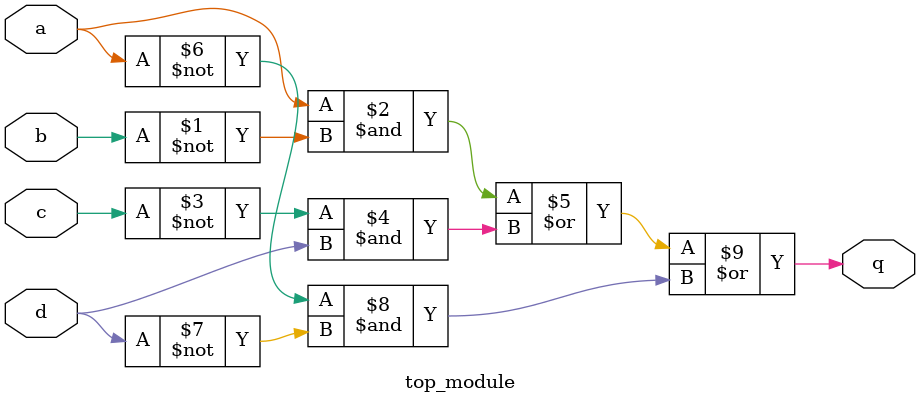
<source format=sv>
module top_module (
  input a, 
  input b, 
  input c, 
  input d,
  output q
);

  assign q = ((a & (~b)) | ((~c)&d)) | ((~a)&(~d));

endmodule

</source>
